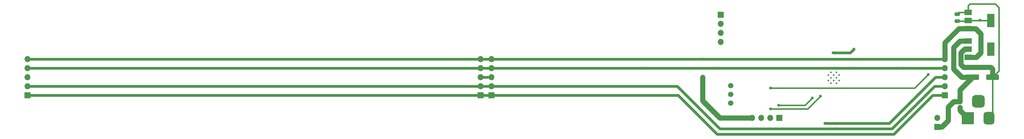
<source format=gbr>
%TF.GenerationSoftware,KiCad,Pcbnew,(6.0.8)*%
%TF.CreationDate,2022-12-26T14:05:03+00:00*%
%TF.ProjectId,Display_LED,44697370-6c61-4795-9f4c-45442e6b6963,1*%
%TF.SameCoordinates,Original*%
%TF.FileFunction,Copper,L1,Top*%
%TF.FilePolarity,Positive*%
%FSLAX46Y46*%
G04 Gerber Fmt 4.6, Leading zero omitted, Abs format (unit mm)*
G04 Created by KiCad (PCBNEW (6.0.8)) date 2022-12-26 14:05:03*
%MOMM*%
%LPD*%
G01*
G04 APERTURE LIST*
G04 Aperture macros list*
%AMRoundRect*
0 Rectangle with rounded corners*
0 $1 Rounding radius*
0 $2 $3 $4 $5 $6 $7 $8 $9 X,Y pos of 4 corners*
0 Add a 4 corners polygon primitive as box body*
4,1,4,$2,$3,$4,$5,$6,$7,$8,$9,$2,$3,0*
0 Add four circle primitives for the rounded corners*
1,1,$1+$1,$2,$3*
1,1,$1+$1,$4,$5*
1,1,$1+$1,$6,$7*
1,1,$1+$1,$8,$9*
0 Add four rect primitives between the rounded corners*
20,1,$1+$1,$2,$3,$4,$5,0*
20,1,$1+$1,$4,$5,$6,$7,0*
20,1,$1+$1,$6,$7,$8,$9,0*
20,1,$1+$1,$8,$9,$2,$3,0*%
G04 Aperture macros list end*
%TA.AperFunction,ComponentPad*%
%ADD10R,1.700000X1.700000*%
%TD*%
%TA.AperFunction,ComponentPad*%
%ADD11O,1.700000X1.700000*%
%TD*%
%TA.AperFunction,SMDPad,CuDef*%
%ADD12R,2.000000X1.500000*%
%TD*%
%TA.AperFunction,SMDPad,CuDef*%
%ADD13R,2.000000X3.800000*%
%TD*%
%TA.AperFunction,SMDPad,CuDef*%
%ADD14RoundRect,0.250000X0.475000X-0.250000X0.475000X0.250000X-0.475000X0.250000X-0.475000X-0.250000X0*%
%TD*%
%TA.AperFunction,SMDPad,CuDef*%
%ADD15RoundRect,0.250000X-1.500000X-0.550000X1.500000X-0.550000X1.500000X0.550000X-1.500000X0.550000X0*%
%TD*%
%TA.AperFunction,ComponentPad*%
%ADD16R,3.500000X3.500000*%
%TD*%
%TA.AperFunction,ComponentPad*%
%ADD17RoundRect,0.750000X0.750000X1.000000X-0.750000X1.000000X-0.750000X-1.000000X0.750000X-1.000000X0*%
%TD*%
%TA.AperFunction,ComponentPad*%
%ADD18RoundRect,0.875000X0.875000X0.875000X-0.875000X0.875000X-0.875000X-0.875000X0.875000X-0.875000X0*%
%TD*%
%TA.AperFunction,SMDPad,CuDef*%
%ADD19R,1.200000X0.800000*%
%TD*%
%TA.AperFunction,ComponentPad*%
%ADD20C,1.500000*%
%TD*%
%TA.AperFunction,ComponentPad*%
%ADD21C,0.475000*%
%TD*%
%TA.AperFunction,ViaPad*%
%ADD22C,0.800000*%
%TD*%
%TA.AperFunction,Conductor*%
%ADD23C,0.800000*%
%TD*%
%TA.AperFunction,Conductor*%
%ADD24C,0.400000*%
%TD*%
%TA.AperFunction,Conductor*%
%ADD25C,1.400000*%
%TD*%
G04 APERTURE END LIST*
D10*
%TO.P,J8,1,Pin_1*%
%TO.N,Earth*%
X273558000Y-118628000D03*
D11*
%TO.P,J8,2,Pin_2*%
%TO.N,unconnected-(J8-Pad2)*%
X273558000Y-121168000D03*
%TO.P,J8,3,Pin_3*%
%TO.N,DATA*%
X273558000Y-123708000D03*
%TO.P,J8,4,Pin_4*%
%TO.N,+3.3V*%
X273558000Y-126248000D03*
%TD*%
D12*
%TO.P,U1,1,VI*%
%TO.N,12v*%
X342956000Y-125970000D03*
%TO.P,U1,2,GND*%
%TO.N,Earth*%
X342956000Y-128270000D03*
%TO.P,U1,3,VO*%
%TO.N,+5V*%
X342956000Y-130570000D03*
D13*
%TO.P,U1,4*%
%TO.N,N/C*%
X349256000Y-128270000D03*
%TD*%
D14*
%TO.P,C2,1*%
%TO.N,+3.3V*%
X339852000Y-120330000D03*
%TO.P,C2,2*%
%TO.N,Earth*%
X339852000Y-118430000D03*
%TD*%
D15*
%TO.P,C1,1*%
%TO.N,12v*%
X344164000Y-136144000D03*
%TO.P,C1,2*%
%TO.N,Earth*%
X349764000Y-136144000D03*
%TD*%
D12*
%TO.P,U2,1,GND*%
%TO.N,Earth*%
X342956000Y-117902000D03*
D13*
%TO.P,U2,2,VO*%
%TO.N,+3.3V*%
X349256000Y-120202000D03*
D12*
X342956000Y-120202000D03*
%TO.P,U2,3,VI*%
%TO.N,+5V*%
X342956000Y-122502000D03*
%TD*%
D10*
%TO.P,J3,1,Pin_1*%
%TO.N,SPI_CLK*%
X79248000Y-141219000D03*
D11*
%TO.P,J3,2,Pin_2*%
%TO.N,SPI_CS*%
X79248000Y-138679000D03*
%TO.P,J3,3,Pin_3*%
%TO.N,unconnected-(J3-Pad3)*%
X79248000Y-136139000D03*
%TO.P,J3,4,Pin_4*%
%TO.N,Earth*%
X79248000Y-133599000D03*
%TO.P,J3,5,Pin_5*%
%TO.N,+5V*%
X79248000Y-131059000D03*
%TD*%
D16*
%TO.P,J1,1*%
%TO.N,Net-(D1-Pad2)*%
X342800000Y-147600000D03*
D17*
%TO.P,J1,2*%
%TO.N,Earth*%
X348800000Y-147600000D03*
D18*
%TO.P,J1,3*%
%TO.N,N/C*%
X345800000Y-142900000D03*
%TD*%
D10*
%TO.P,J4,1,Pin_1*%
%TO.N,SPI_CLK*%
X206248000Y-141219000D03*
D11*
%TO.P,J4,2,Pin_2*%
%TO.N,SPI_CS*%
X206248000Y-138679000D03*
%TO.P,J4,3,Pin_3*%
%TO.N,Net-(J4-Pad3)*%
X206248000Y-136139000D03*
%TO.P,J4,4,Pin_4*%
%TO.N,Earth*%
X206248000Y-133599000D03*
%TO.P,J4,5,Pin_5*%
%TO.N,+5V*%
X206248000Y-131059000D03*
%TD*%
D10*
%TO.P,J7,1,Pin_1*%
%TO.N,12v*%
X334264000Y-150119000D03*
D11*
%TO.P,J7,2,Pin_2*%
%TO.N,Net-(J7-Pad2)*%
X334264000Y-147579000D03*
%TD*%
D10*
%TO.P,J6,1,Pin_1*%
%TO.N,SPI_CLK*%
X336360000Y-141219000D03*
D11*
%TO.P,J6,2,Pin_2*%
%TO.N,SPI_CS*%
X336360000Y-138679000D03*
%TO.P,J6,3,Pin_3*%
%TO.N,SPI_DO*%
X336360000Y-136139000D03*
%TO.P,J6,4,Pin_4*%
%TO.N,Earth*%
X336360000Y-133599000D03*
%TO.P,J6,5,Pin_5*%
%TO.N,+5V*%
X336360000Y-131059000D03*
%TD*%
D10*
%TO.P,J5,1,Pin_1*%
%TO.N,SPI_CLK*%
X209296000Y-141219000D03*
D11*
%TO.P,J5,2,Pin_2*%
%TO.N,SPI_CS*%
X209296000Y-138679000D03*
%TO.P,J5,3,Pin_3*%
%TO.N,Net-(J4-Pad3)*%
X209296000Y-136139000D03*
%TO.P,J5,4,Pin_4*%
%TO.N,Earth*%
X209296000Y-133599000D03*
%TO.P,J5,5,Pin_5*%
%TO.N,+5V*%
X209296000Y-131059000D03*
%TD*%
D19*
%TO.P,D1,1,K*%
%TO.N,12v*%
X340614000Y-142964000D03*
%TO.P,D1,2,A*%
%TO.N,Net-(D1-Pad2)*%
X340614000Y-144564000D03*
%TD*%
D20*
%TO.P,Y1,1,1*%
%TO.N,Net-(C4-Pad1)*%
X276352000Y-138520000D03*
%TO.P,Y1,2,2*%
%TO.N,Earth*%
X276352000Y-140960000D03*
%TO.P,Y1,3,3*%
%TO.N,Net-(C5-Pad1)*%
X276352000Y-143400000D03*
%TD*%
D10*
%TO.P,J2,1,Pin_1*%
%TO.N,Earth*%
X289972000Y-147574000D03*
D11*
%TO.P,J2,2,Pin_2*%
%TO.N,D+*%
X287432000Y-147574000D03*
%TO.P,J2,3,Pin_3*%
%TO.N,D-*%
X284892000Y-147574000D03*
%TO.P,J2,4,Pin_4*%
%TO.N,+5V*%
X282352000Y-147574000D03*
%TD*%
D21*
%TO.P,U3,39,GND*%
%TO.N,Earth*%
X303701000Y-137012500D03*
X304463500Y-134725000D03*
X305988500Y-137775000D03*
X305226000Y-135487500D03*
X305988500Y-136250000D03*
X306751000Y-137012500D03*
X305226000Y-137012500D03*
X303701000Y-135487500D03*
X306751000Y-135487500D03*
X305988500Y-134725000D03*
X304463500Y-137775000D03*
X304463500Y-136250000D03*
%TD*%
D22*
%TO.N,Earth*%
X310896000Y-128270000D03*
X305054000Y-129286000D03*
X252481000Y-133599000D03*
X272039000Y-133599000D03*
X309885000Y-133599000D03*
X324871000Y-133599000D03*
%TO.N,+3.3V*%
X331724000Y-135382000D03*
X287528000Y-139192000D03*
X346202000Y-120142000D03*
%TO.N,+5V*%
X268478000Y-136144000D03*
X268478000Y-131064000D03*
%TO.N,RX*%
X287528000Y-145034000D03*
X301498000Y-141478000D03*
%TO.N,TX*%
X299212000Y-141986000D03*
X289814000Y-144018000D03*
%TO.N,SPI_CS*%
X306070000Y-150622000D03*
%TO.N,SPI_CLK*%
X304038000Y-152146000D03*
%TO.N,SPI_DO*%
X302768000Y-149098000D03*
%TD*%
D23*
%TO.N,Earth*%
X309880000Y-129286000D02*
X310896000Y-128270000D01*
X305054000Y-129286000D02*
X309880000Y-129286000D01*
X252481000Y-133599000D02*
X272039000Y-133599000D01*
X272039000Y-133599000D02*
X309885000Y-133599000D01*
X309885000Y-133599000D02*
X324871000Y-133599000D01*
X324871000Y-133599000D02*
X336360000Y-133599000D01*
D24*
%TO.N,+3.3V*%
X287528000Y-139192000D02*
X327914000Y-139192000D01*
X342828000Y-120330000D02*
X342956000Y-120202000D01*
X339852000Y-120330000D02*
X342828000Y-120330000D01*
X342956000Y-120202000D02*
X349256000Y-120202000D01*
X327914000Y-139192000D02*
X331724000Y-135382000D01*
D25*
%TO.N,Earth*%
X349250000Y-133350000D02*
X349764000Y-133864000D01*
D24*
X348800000Y-147600000D02*
X349764000Y-146636000D01*
D25*
X342956000Y-128270000D02*
X341884000Y-128270000D01*
X341630000Y-133350000D02*
X349250000Y-133350000D01*
D24*
X349764000Y-146636000D02*
X349764000Y-136144000D01*
D23*
X209296000Y-133599000D02*
X252481000Y-133599000D01*
D24*
X343408000Y-115570000D02*
X350520000Y-115570000D01*
D25*
X340868000Y-129286000D02*
X340868000Y-132588000D01*
D24*
X350520000Y-115570000D02*
X351536000Y-116586000D01*
D23*
X206248000Y-133599000D02*
X79248000Y-133599000D01*
D24*
X342956000Y-116022000D02*
X343408000Y-115570000D01*
X340314000Y-117902000D02*
X342956000Y-117902000D01*
X339852000Y-118430000D02*
X339852000Y-118364000D01*
X351536000Y-134372000D02*
X349764000Y-136144000D01*
X351536000Y-116586000D02*
X351536000Y-134372000D01*
D25*
X340868000Y-132588000D02*
X341630000Y-133350000D01*
D24*
X342956000Y-117902000D02*
X342956000Y-116022000D01*
D25*
X341884000Y-128270000D02*
X340868000Y-129286000D01*
D23*
X209296000Y-133599000D02*
X206248000Y-133599000D01*
D25*
X349764000Y-133864000D02*
X349764000Y-136144000D01*
D24*
X339852000Y-118364000D02*
X340314000Y-117902000D01*
D25*
%TO.N,12v*%
X338874000Y-142964000D02*
X337312000Y-144526000D01*
X340614000Y-142964000D02*
X340614000Y-139694000D01*
X342956000Y-125970000D02*
X340628000Y-125970000D01*
X340628000Y-125970000D02*
X338836000Y-127762000D01*
X340614000Y-142964000D02*
X338874000Y-142964000D01*
X338836000Y-133858000D02*
X341122000Y-136144000D01*
X340614000Y-139694000D02*
X344164000Y-136144000D01*
X338836000Y-127762000D02*
X338836000Y-133858000D01*
X337312000Y-148336000D02*
X335529000Y-150119000D01*
X337312000Y-144526000D02*
X337312000Y-148336000D01*
X341122000Y-136144000D02*
X344164000Y-136144000D01*
X335529000Y-150119000D02*
X334264000Y-150119000D01*
%TO.N,+5V*%
X282352000Y-147574000D02*
X273304000Y-147574000D01*
X336360000Y-126428000D02*
X340286000Y-122502000D01*
D23*
X206248000Y-131059000D02*
X209296000Y-131059000D01*
D25*
X346456000Y-129286000D02*
X345172000Y-130570000D01*
X345006000Y-122502000D02*
X346456000Y-123952000D01*
X346456000Y-123952000D02*
X346456000Y-129286000D01*
X345172000Y-130570000D02*
X342956000Y-130570000D01*
D23*
X79248000Y-131059000D02*
X206248000Y-131059000D01*
D25*
X342956000Y-122502000D02*
X345006000Y-122502000D01*
X268478000Y-142748000D02*
X268478000Y-136144000D01*
X340286000Y-122502000D02*
X342956000Y-122502000D01*
D23*
X209296000Y-131059000D02*
X271775000Y-131059000D01*
X271775000Y-131059000D02*
X336360000Y-131059000D01*
D25*
X273304000Y-147574000D02*
X272542000Y-146812000D01*
X336360000Y-131059000D02*
X336360000Y-126428000D01*
X272542000Y-146812000D02*
X268478000Y-142748000D01*
%TO.N,Net-(D1-Pad2)*%
X340614000Y-144564000D02*
X340614000Y-145414000D01*
X340614000Y-145414000D02*
X342800000Y-147600000D01*
D24*
%TO.N,RX*%
X297942000Y-145034000D02*
X287528000Y-145034000D01*
X301498000Y-141478000D02*
X297942000Y-145034000D01*
%TO.N,TX*%
X297688000Y-143510000D02*
X297180000Y-144018000D01*
X297180000Y-144018000D02*
X289814000Y-144018000D01*
X299212000Y-141986000D02*
X297688000Y-143510000D01*
D23*
%TO.N,SPI_CS*%
X333507000Y-138679000D02*
X321564000Y-150622000D01*
X321564000Y-150622000D02*
X273304000Y-150622000D01*
X79248000Y-138679000D02*
X206248000Y-138679000D01*
X206248000Y-138679000D02*
X209296000Y-138679000D01*
X273304000Y-150622000D02*
X261361000Y-138679000D01*
X336360000Y-138679000D02*
X333507000Y-138679000D01*
X261361000Y-138679000D02*
X209296000Y-138679000D01*
%TO.N,SPI_CLK*%
X209296000Y-141219000D02*
X261615000Y-141219000D01*
X206248000Y-141219000D02*
X79248000Y-141219000D01*
X209296000Y-141219000D02*
X206248000Y-141219000D01*
X261615000Y-141219000D02*
X272542000Y-152146000D01*
X322072000Y-152146000D02*
X332999000Y-141219000D01*
X332999000Y-141219000D02*
X336360000Y-141219000D01*
X272542000Y-152146000D02*
X322072000Y-152146000D01*
%TO.N,SPI_DO*%
X320802000Y-149098000D02*
X302768000Y-149098000D01*
X336360000Y-136139000D02*
X333761000Y-136139000D01*
X333761000Y-136139000D02*
X320802000Y-149098000D01*
%TO.N,Net-(J4-Pad3)*%
X206248000Y-136139000D02*
X209296000Y-136139000D01*
%TD*%
M02*

</source>
